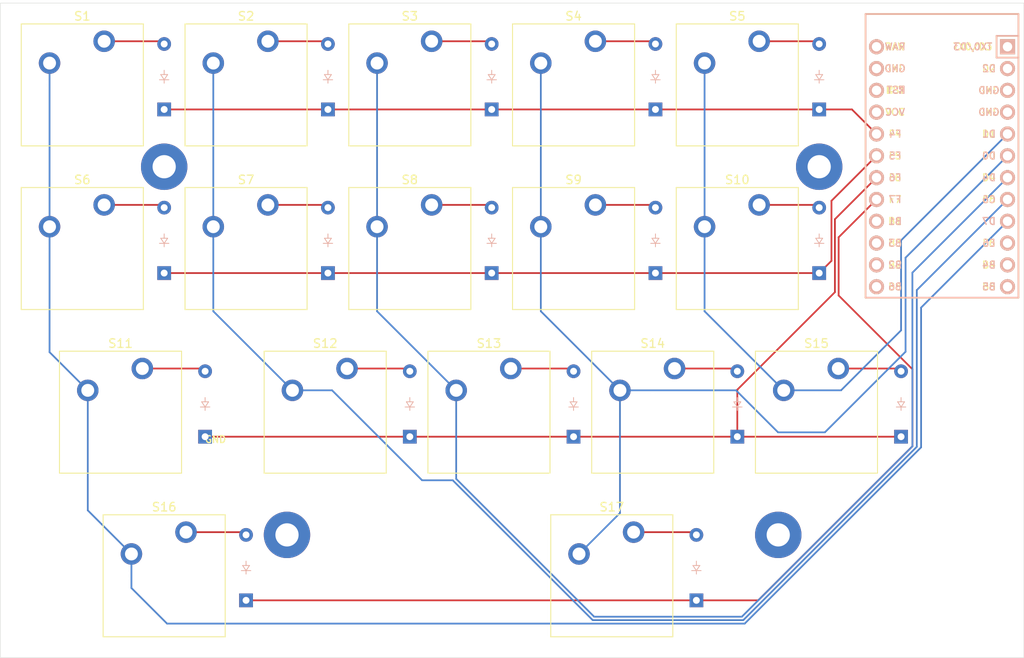
<source format=kicad_pcb>
(kicad_pcb (version 20241229) (generator "pcbnew") (generator_version "9.0")
  (layers (0 "F.Cu" signal) (2 "B.Cu" signal) (13 "F.Paste" user) (15 "B.Paste" user) (5 "F.SilkS" user "F.Silkscreen") (7 "B.SilkS" user "B.Silkscreen") (1 "F.Mask" user) (3 "B.Mask" user) (25 "Edge.Cuts" user))
  (net 0 "")
  (net 1 "Column 4")
  (net 2 "Row 3")
  (net 3 "Row 2")
  (net 7 "Column 2")
  (net 9 "Net-(D17-A)")
  (net 10 "Column 1")
  (net 11 "Column 3")
  (net 12 "Row 0")
  (net 13 "Row 1")
  (net 19 "Column 0")
  (net 25 "Net-(D1-A)")
  (net 26 "Net-(D2-A)")
  (net 27 "Net-(D3-A)")
  (net 28 "Net-(D4-A)")
  (net 29 "Net-(D5-A)")
  (net 30 "Net-(D6-A)")
  (net 31 "Net-(D7-A)")
  (net 32 "Net-(D8-A)")
  (net 33 "Net-(D9-A)")
  (net 34 "Net-(D10-A)")
  (net 35 "Net-(D11-A)")
  (net 36 "Net-(D12-A)")
  (net 37 "Net-(D13-A)")
  (net 38 "Net-(D14-A)")
  (net 39 "Net-(D15-A)")
  (net 40 "Net-(D16-A)")
  (footprint "ScottoKeebs_MX:MX_PCB_1.00u" (layer "F.Cu") (at 95.25 109.5375)
    (property "Reference" "S16" (at 0 -8 0) (layer "F.SilkS"))
    (property "Value" "Keyswitch")
    (pad "" np_thru_hole circle (at -5.08 0) (size 1.75 1.75) (drill 1.75) (layers "*.Cu" "*.Mask"))
    (pad "" np_thru_hole circle (at 0 0) (size 4 4) (drill 4) (layers "*.Cu" "*.Mask"))
    (pad "" np_thru_hole circle (at 5.08 0) (size 1.75 1.75) (drill 1.75) (layers "*.Cu" "*.Mask"))
    (pad "1" thru_hole circle (at -3.81 -2.54) (size 2.5 2.5) (drill 1.5) (layers "*.Cu" "*.Mask") (net 19 "Column 0"))
    (pad "2" thru_hole circle (at 2.54 -5.08) (size 2.5 2.5) (drill 1.5) (layers "*.Cu" "*.Mask") (net 40 "Net-(D16-A)"))
  )
  (footprint "ScottoKeebs_MX:MX_PCB_1.00u" (layer "F.Cu") (at 90.17 90.4875)
    (property "Reference" "S11" (at 0 -8 0) (layer "F.SilkS"))
    (property "Value" "Keyswitch")
    (pad "" np_thru_hole circle (at -5.08 0) (size 1.75 1.75) (drill 1.75) (layers "*.Cu" "*.Mask"))
    (pad "" np_thru_hole circle (at 0 0) (size 4 4) (drill 4) (layers "*.Cu" "*.Mask"))
    (pad "" np_thru_hole circle (at 5.08 0) (size 1.75 1.75) (drill 1.75) (layers "*.Cu" "*.Mask"))
    (pad "1" thru_hole circle (at -3.81 -2.54) (size 2.5 2.5) (drill 1.5) (layers "*.Cu" "*.Mask") (net 19 "Column 0"))
    (pad "2" thru_hole circle (at 2.54 -5.08) (size 2.5 2.5) (drill 1.5) (layers "*.Cu" "*.Mask") (net 35 "Net-(D11-A)"))
  )
  (footprint "MountingHole:MountingHole_2.7mm_Pad" (layer "F.Cu") (at 171.45 61.9125)
    (property "Reference" "REF**" (hide yes))
    (property "Value" "MountingHole_2.7mm_Pad")
    (pad "1" thru_hole circle (at 0 0) (size 5.4 5.4) (drill 2.7) (layers "*.Cu" "*.Mask"))
  )
  (footprint "ScottoKeebs_MX:MX_PCB_1.00u" (layer "F.Cu") (at 161.925 71.4375)
    (property "Reference" "S10" (at 0 -8 0) (layer "F.SilkS"))
    (property "Value" "Keyswitch")
    (pad "" np_thru_hole circle (at -5.08 0) (size 1.75 1.75) (drill 1.75) (layers "*.Cu" "*.Mask"))
    (pad "" np_thru_hole circle (at 0 0) (size 4 4) (drill 4) (layers "*.Cu" "*.Mask"))
    (pad "" np_thru_hole circle (at 5.08 0) (size 1.75 1.75) (drill 1.75) (layers "*.Cu" "*.Mask"))
    (pad "1" thru_hole circle (at -3.81 -2.54) (size 2.5 2.5) (drill 1.5) (layers "*.Cu" "*.Mask") (net 1 "Column 4"))
    (pad "2" thru_hole circle (at 2.54 -5.08) (size 2.5 2.5) (drill 1.5) (layers "*.Cu" "*.Mask") (net 34 "Net-(D10-A)"))
  )
  (footprint "ScottoKeebs_MX:MX_PCB_1.00u" (layer "F.Cu") (at 142.875 52.3875)
    (property "Reference" "S4" (at 0 -8 0) (layer "F.SilkS"))
    (property "Value" "Keyswitch")
    (pad "" np_thru_hole circle (at -5.08 0) (size 1.75 1.75) (drill 1.75) (layers "*.Cu" "*.Mask"))
    (pad "" np_thru_hole circle (at 0 0) (size 4 4) (drill 4) (layers "*.Cu" "*.Mask"))
    (pad "" np_thru_hole circle (at 5.08 0) (size 1.75 1.75) (drill 1.75) (layers "*.Cu" "*.Mask"))
    (pad "1" thru_hole circle (at -3.81 -2.54) (size 2.5 2.5) (drill 1.5) (layers "*.Cu" "*.Mask") (net 11 "Column 3"))
    (pad "2" thru_hole circle (at 2.54 -5.08) (size 2.5 2.5) (drill 1.5) (layers "*.Cu" "*.Mask") (net 28 "Net-(D4-A)"))
  )
  (footprint "MountingHole:MountingHole_2.7mm_Pad" (layer "F.Cu") (at 95.25 61.9125)
    (property "Reference" "REF**" (hide yes))
    (property "Value" "MountingHole_2.7mm_Pad")
    (pad "1" thru_hole circle (at 0 0) (size 5.4 5.4) (drill 2.7) (layers "*.Cu" "*.Mask"))
  )
  (footprint "MountingHole:MountingHole_2.7mm_Pad" (layer "F.Cu") (at 166.6875 104.775)
    (property "Reference" "REF**" (hide yes))
    (property "Value" "MountingHole_2.7mm_Pad")
    (pad "1" thru_hole circle (at 0 0) (size 5.4 5.4) (drill 2.7) (layers "*.Cu" "*.Mask"))
  )
  (footprint "MountingHole:MountingHole_2.7mm_Pad" (layer "F.Cu") (at 109.5375 104.775)
    (property "Reference" "REF**" (hide yes))
    (property "Value" "MountingHole_2.7mm_Pad")
    (pad "1" thru_hole circle (at 0 0) (size 5.4 5.4) (drill 2.7) (layers "*.Cu" "*.Mask"))
  )
  (footprint "ScottoKeebs_MX:MX_PCB_1.00u" (layer "F.Cu") (at 133.0325 90.4875)
    (property "Reference" "S13" (at 0 -8 0) (layer "F.SilkS"))
    (property "Value" "Keyswitch")
    (pad "" np_thru_hole circle (at -5.08 0) (size 1.75 1.75) (drill 1.75) (layers "*.Cu" "*.Mask"))
    (pad "" np_thru_hole circle (at 0 0) (size 4 4) (drill 4) (layers "*.Cu" "*.Mask"))
    (pad "" np_thru_hole circle (at 5.08 0) (size 1.75 1.75) (drill 1.75) (layers "*.Cu" "*.Mask"))
    (pad "1" thru_hole circle (at -3.81 -2.54) (size 2.5 2.5) (drill 1.5) (layers "*.Cu" "*.Mask") (net 7 "Column 2"))
    (pad "2" thru_hole circle (at 2.54 -5.08) (size 2.5 2.5) (drill 1.5) (layers "*.Cu" "*.Mask") (net 37 "Net-(D13-A)"))
  )
  (footprint "ScottoKeebs_MX:MX_PCB_1.00u" (layer "F.Cu") (at 113.9825 90.4875)
    (property "Reference" "S12" (at 0 -8 0) (layer "F.SilkS"))
    (property "Value" "Keyswitch")
    (pad "" np_thru_hole circle (at -5.08 0) (size 1.75 1.75) (drill 1.75) (layers "*.Cu" "*.Mask"))
    (pad "" np_thru_hole circle (at 0 0) (size 4 4) (drill 4) (layers "*.Cu" "*.Mask"))
    (pad "" np_thru_hole circle (at 5.08 0) (size 1.75 1.75) (drill 1.75) (layers "*.Cu" "*.Mask"))
    (pad "1" thru_hole circle (at -3.81 -2.54) (size 2.5 2.5) (drill 1.5) (layers "*.Cu" "*.Mask") (net 10 "Column 1"))
    (pad "2" thru_hole circle (at 2.54 -5.08) (size 2.5 2.5) (drill 1.5) (layers "*.Cu" "*.Mask") (net 36 "Net-(D12-A)"))
  )
  (footprint "ScottoKeebs_MX:MX_PCB_1.00u" (layer "F.Cu") (at 85.725 71.4375)
    (property "Reference" "S6" (at 0 -8 0) (layer "F.SilkS"))
    (property "Value" "Keyswitch")
    (pad "" np_thru_hole circle (at -5.08 0) (size 1.75 1.75) (drill 1.75) (layers "*.Cu" "*.Mask"))
    (pad "" np_thru_hole circle (at 0 0) (size 4 4) (drill 4) (layers "*.Cu" "*.Mask"))
    (pad "" np_thru_hole circle (at 5.08 0) (size 1.75 1.75) (drill 1.75) (layers "*.Cu" "*.Mask"))
    (pad "1" thru_hole circle (at -3.81 -2.54) (size 2.5 2.5) (drill 1.5) (layers "*.Cu" "*.Mask") (net 19 "Column 0"))
    (pad "2" thru_hole circle (at 2.54 -5.08) (size 2.5 2.5) (drill 1.5) (layers "*.Cu" "*.Mask") (net 30 "Net-(D6-A)"))
  )
  (footprint "ScottoKeebs_MX:MX_PCB_1.00u" (layer "F.Cu") (at 161.925 52.3875)
    (property "Reference" "S5" (at 0 -8 0) (layer "F.SilkS"))
    (property "Value" "Keyswitch")
    (pad "" np_thru_hole circle (at -5.08 0) (size 1.75 1.75) (drill 1.75) (layers "*.Cu" "*.Mask"))
    (pad "" np_thru_hole circle (at 0 0) (size 4 4) (drill 4) (layers "*.Cu" "*.Mask"))
    (pad "" np_thru_hole circle (at 5.08 0) (size 1.75 1.75) (drill 1.75) (layers "*.Cu" "*.Mask"))
    (pad "1" thru_hole circle (at -3.81 -2.54) (size 2.5 2.5) (drill 1.5) (layers "*.Cu" "*.Mask") (net 1 "Column 4"))
    (pad "2" thru_hole circle (at 2.54 -5.08) (size 2.5 2.5) (drill 1.5) (layers "*.Cu" "*.Mask") (net 29 "Net-(D5-A)"))
  )
  (footprint "ScottoKeebs_MX:MX_PCB_1.00u" (layer "F.Cu") (at 147.32 109.5375)
    (property "Reference" "S17" (at 0 -8 0) (layer "F.SilkS"))
    (property "Value" "Keyswitch")
    (pad "" np_thru_hole circle (at -5.08 0) (size 1.75 1.75) (drill 1.75) (layers "*.Cu" "*.Mask"))
    (pad "" np_thru_hole circle (at 0 0) (size 4 4) (drill 4) (layers "*.Cu" "*.Mask"))
    (pad "" np_thru_hole circle (at 5.08 0) (size 1.75 1.75) (drill 1.75) (layers "*.Cu" "*.Mask"))
    (pad "1" thru_hole circle (at -3.81 -2.54) (size 2.5 2.5) (drill 1.5) (layers "*.Cu" "*.Mask") (net 11 "Column 3"))
    (pad "2" thru_hole circle (at 2.54 -5.08) (size 2.5 2.5) (drill 1.5) (layers "*.Cu" "*.Mask") (net 9 "Net-(D17-A)"))
  )
  (footprint "ScottoKeebs_MX:MX_PCB_1.00u" (layer "F.Cu") (at 123.825 52.3875)
    (property "Reference" "S3" (at 0 -8 0) (layer "F.SilkS"))
    (property "Value" "Keyswitch")
    (pad "" np_thru_hole circle (at -5.08 0) (size 1.75 1.75) (drill 1.75) (layers "*.Cu" "*.Mask"))
    (pad "" np_thru_hole circle (at 0 0) (size 4 4) (drill 4) (layers "*.Cu" "*.Mask"))
    (pad "" np_thru_hole circle (at 5.08 0) (size 1.75 1.75) (drill 1.75) (layers "*.Cu" "*.Mask"))
    (pad "1" thru_hole circle (at -3.81 -2.54) (size 2.5 2.5) (drill 1.5) (layers "*.Cu" "*.Mask") (net 7 "Column 2"))
    (pad "2" thru_hole circle (at 2.54 -5.08) (size 2.5 2.5) (drill 1.5) (layers "*.Cu" "*.Mask") (net 27 "Net-(D3-A)"))
  )
  (footprint "ScottoKeebs_MX:MX_PCB_1.00u" (layer "F.Cu") (at 104.775 52.3875)
    (property "Reference" "S2" (at 0 -8 0) (layer "F.SilkS"))
    (property "Value" "Keyswitch")
    (pad "" np_thru_hole circle (at -5.08 0) (size 1.75 1.75) (drill 1.75) (layers "*.Cu" "*.Mask"))
    (pad "" np_thru_hole circle (at 0 0) (size 4 4) (drill 4) (layers "*.Cu" "*.Mask"))
    (pad "" np_thru_hole circle (at 5.08 0) (size 1.75 1.75) (drill 1.75) (layers "*.Cu" "*.Mask"))
    (pad "1" thru_hole circle (at -3.81 -2.54) (size 2.5 2.5) (drill 1.5) (layers "*.Cu" "*.Mask") (net 10 "Column 1"))
    (pad "2" thru_hole circle (at 2.54 -5.08) (size 2.5 2.5) (drill 1.5) (layers "*.Cu" "*.Mask") (net 26 "Net-(D2-A)"))
  )
  (footprint "ScottoKeebs_MX:MX_PCB_1.00u" (layer "F.Cu") (at 152.0825 90.4875)
    (property "Reference" "S14" (at 0 -8 0) (layer "F.SilkS"))
    (property "Value" "Keyswitch")
    (pad "" np_thru_hole circle (at -5.08 0) (size 1.75 1.75) (drill 1.75) (layers "*.Cu" "*.Mask"))
    (pad "" np_thru_hole circle (at 0 0) (size 4 4) (drill 4) (layers "*.Cu" "*.Mask"))
    (pad "" np_thru_hole circle (at 5.08 0) (size 1.75 1.75) (drill 1.75) (layers "*.Cu" "*.Mask"))
    (pad "1" thru_hole circle (at -3.81 -2.54) (size 2.5 2.5) (drill 1.5) (layers "*.Cu" "*.Mask") (net 11 "Column 3"))
    (pad "2" thru_hole circle (at 2.54 -5.08) (size 2.5 2.5) (drill 1.5) (layers "*.Cu" "*.Mask") (net 38 "Net-(D14-A)"))
  )
  (footprint "ScottoKeebs_MX:MX_PCB_1.00u" (layer "F.Cu") (at 123.825 71.4375)
    (property "Reference" "S8" (at 0 -8 0) (layer "F.SilkS"))
    (property "Value" "Keyswitch")
    (pad "" np_thru_hole circle (at -5.08 0) (size 1.75 1.75) (drill 1.75) (layers "*.Cu" "*.Mask"))
    (pad "" np_thru_hole circle (at 0 0) (size 4 4) (drill 4) (layers "*.Cu" "*.Mask"))
    (pad "" np_thru_hole circle (at 5.08 0) (size 1.75 1.75) (drill 1.75) (layers "*.Cu" "*.Mask"))
    (pad "1" thru_hole circle (at -3.81 -2.54) (size 2.5 2.5) (drill 1.5) (layers "*.Cu" "*.Mask") (net 7 "Column 2"))
    (pad "2" thru_hole circle (at 2.54 -5.08) (size 2.5 2.5) (drill 1.5) (layers "*.Cu" "*.Mask") (net 32 "Net-(D8-A)"))
  )
  (footprint "ScottoKeebs_MX:MX_PCB_1.00u" (layer "F.Cu") (at 142.875 71.4375)
    (property "Reference" "S9" (at 0 -8 0) (layer "F.SilkS"))
    (property "Value" "Keyswitch")
    (pad "" np_thru_hole circle (at -5.08 0) (size 1.75 1.75) (drill 1.75) (layers "*.Cu" "*.Mask"))
    (pad "" np_thru_hole circle (at 0 0) (size 4 4) (drill 4) (layers "*.Cu" "*.Mask"))
    (pad "" np_thru_hole circle (at 5.08 0) (size 1.75 1.75) (drill 1.75) (layers "*.Cu" "*.Mask"))
    (pad "1" thru_hole circle (at -3.81 -2.54) (size 2.5 2.5) (drill 1.5) (layers "*.Cu" "*.Mask") (net 11 "Column 3"))
    (pad "2" thru_hole circle (at 2.54 -5.08) (size 2.5 2.5) (drill 1.5) (layers "*.Cu" "*.Mask") (net 33 "Net-(D9-A)"))
  )
  (footprint "ScottoKeebs_MX:MX_PCB_1.00u" (layer "F.Cu") (at 104.775 71.4375)
    (property "Reference" "S7" (at 0 -8 0) (layer "F.SilkS"))
    (property "Value" "Keyswitch")
    (pad "" np_thru_hole circle (at -5.08 0) (size 1.75 1.75) (drill 1.75) (layers "*.Cu" "*.Mask"))
    (pad "" np_thru_hole circle (at 0 0) (size 4 4) (drill 4) (layers "*.Cu" "*.Mask"))
    (pad "" np_thru_hole circle (at 5.08 0) (size 1.75 1.75) (drill 1.75) (layers "*.Cu" "*.Mask"))
    (pad "1" thru_hole circle (at -3.81 -2.54) (size 2.5 2.5) (drill 1.5) (layers "*.Cu" "*.Mask") (net 10 "Column 1"))
    (pad "2" thru_hole circle (at 2.54 -5.08) (size 2.5 2.5) (drill 1.5) (layers "*.Cu" "*.Mask") (net 31 "Net-(D7-A)"))
  )
  (footprint "ScottoKeebs_MX:MX_PCB_1.00u" (layer "F.Cu") (at 85.725 52.3875)
    (property "Reference" "S1" (at 0 -8 0) (layer "F.SilkS"))
    (property "Value" "Keyswitch")
    (pad "" np_thru_hole circle (at -5.08 0) (size 1.75 1.75) (drill 1.75) (layers "*.Cu" "*.Mask"))
    (pad "" np_thru_hole circle (at 0 0) (size 4 4) (drill 4) (layers "*.Cu" "*.Mask"))
    (pad "" np_thru_hole circle (at 5.08 0) (size 1.75 1.75) (drill 1.75) (layers "*.Cu" "*.Mask"))
    (pad "1" thru_hole circle (at -3.81 -2.54) (size 2.5 2.5) (drill 1.5) (layers "*.Cu" "*.Mask") (net 19 "Column 0"))
    (pad "2" thru_hole circle (at 2.54 -5.08) (size 2.5 2.5) (drill 1.5) (layers "*.Cu" "*.Mask") (net 25 "Net-(D1-A)"))
  )
  (footprint "ScottoKeebs_MX:MX_PCB_1.00u" (layer "F.Cu") (at 171.1325 90.4875)
    (property "Reference" "S15" (at 0 -8 0) (layer "F.SilkS"))
    (property "Value" "Keyswitch")
    (pad "" np_thru_hole circle (at -5.08 0) (size 1.75 1.75) (drill 1.75) (layers "*.Cu" "*.Mask"))
    (pad "" np_thru_hole circle (at 0 0) (size 4 4) (drill 4) (layers "*.Cu" "*.Mask"))
    (pad "" np_thru_hole circle (at 5.08 0) (size 1.75 1.75) (drill 1.75) (layers "*.Cu" "*.Mask"))
    (pad "1" thru_hole circle (at -3.81 -2.54) (size 2.5 2.5) (drill 1.5) (layers "*.Cu" "*.Mask") (net 1 "Column 4"))
    (pad "2" thru_hole circle (at 2.54 -5.08) (size 2.5 2.5) (drill 1.5) (layers "*.Cu" "*.Mask") (net 39 "Net-(D15-A)"))
  )
  (footprint "ScottoKeebs_Components:Diode_DO-35" (layer "B.Cu") (at 152.4 55.245 90)
    (property "Reference" "D4" (hide yes))
    (property "Value" "Diode" (hide yes))
    (pad "1" thru_hole rect (at 0 0 90) (size 1.6 1.6) (drill 0.8) (layers "*.Cu" "*.Mask") (net 12 "Row 0"))
    (pad "2" thru_hole oval (at 7.62 0 90) (size 1.6 1.6) (drill 0.8) (layers "*.Cu" "*.Mask") (net 28 "Net-(D4-A)"))
  )
  (footprint "ScottoKeebs_Components:Diode_DO-35" (layer "B.Cu") (at 104.775 112.395 90)
    (property "Reference" "D16" (hide yes))
    (property "Value" "Diode" (hide yes))
    (pad "1" thru_hole rect (at 0 0 90) (size 1.6 1.6) (drill 0.8) (layers "*.Cu" "*.Mask") (net 2 "Row 3"))
    (pad "2" thru_hole oval (at 7.62 0 90) (size 1.6 1.6) (drill 0.8) (layers "*.Cu" "*.Mask") (net 40 "Net-(D16-A)"))
  )
  (footprint "ScottoKeebs_Components:Diode_DO-35" (layer "B.Cu") (at 171.45 55.245 90)
    (property "Reference" "D5" (hide yes))
    (property "Value" "Diode" (hide yes))
    (pad "1" thru_hole rect (at 0 0 90) (size 1.6 1.6) (drill 0.8) (layers "*.Cu" "*.Mask") (net 12 "Row 0"))
    (pad "2" thru_hole oval (at 7.62 0 90) (size 1.6 1.6) (drill 0.8) (layers "*.Cu" "*.Mask") (net 29 "Net-(D5-A)"))
  )
  (footprint "ScottoKeebs_Components:Diode_DO-35" (layer "B.Cu") (at 171.45 74.295 90)
    (property "Reference" "D10" (hide yes))
    (property "Value" "Diode" (hide yes))
    (pad "1" thru_hole rect (at 0 0 90) (size 1.6 1.6) (drill 0.8) (layers "*.Cu" "*.Mask") (net 13 "Row 1"))
    (pad "2" thru_hole oval (at 7.62 0 90) (size 1.6 1.6) (drill 0.8) (layers "*.Cu" "*.Mask") (net 34 "Net-(D10-A)"))
  )
  (footprint "ScottoKeebs_Components:Diode_DO-35" (layer "B.Cu") (at 95.25 55.245 90)
    (property "Reference" "D1" (hide yes))
    (property "Value" "Diode" (hide yes))
    (pad "1" thru_hole rect (at 0 0 90) (size 1.6 1.6) (drill 0.8) (layers "*.Cu" "*.Mask") (net 12 "Row 0"))
    (pad "2" thru_hole oval (at 7.62 0 90) (size 1.6 1.6) (drill 0.8) (layers "*.Cu" "*.Mask") (net 25 "Net-(D1-A)"))
  )
  (footprint "ScottoKeebs_Components:Diode_DO-35" (layer "B.Cu") (at 123.825 93.345 90)
    (property "Reference" "D12" (hide yes))
    (property "Value" "Diode" (hide yes))
    (pad "1" thru_hole rect (at 0 0 90) (size 1.6 1.6) (drill 0.8) (layers "*.Cu" "*.Mask") (net 3 "Row 2"))
    (pad "2" thru_hole oval (at 7.62 0 90) (size 1.6 1.6) (drill 0.8) (layers "*.Cu" "*.Mask") (net 36 "Net-(D12-A)"))
  )
  (footprint "ScottoKeebs_Components:Diode_DO-35" (layer "B.Cu") (at 114.3 74.295 90)
    (property "Reference" "D7" (hide yes))
    (property "Value" "Diode" (hide yes))
    (pad "1" thru_hole rect (at 0 0 90) (size 1.6 1.6) (drill 0.8) (layers "*.Cu" "*.Mask") (net 13 "Row 1"))
    (pad "2" thru_hole oval (at 7.62 0 90) (size 1.6 1.6) (drill 0.8) (layers "*.Cu" "*.Mask") (net 31 "Net-(D7-A)"))
  )
  (footprint "ScottoKeebs_Components:Diode_DO-35" (layer "B.Cu") (at 100.0125 93.345 90)
    (property "Reference" "D11" (hide yes))
    (property "Value" "Diode" (hide yes))
    (pad "1" thru_hole rect (at 0 0 90) (size 1.6 1.6) (drill 0.8) (layers "*.Cu" "*.Mask") (net 3 "Row 2"))
    (pad "2" thru_hole oval (at 7.62 0 90) (size 1.6 1.6) (drill 0.8) (layers "*.Cu" "*.Mask") (net 35 "Net-(D11-A)"))
  )
  (footprint "ScottoKeebs_Components:Diode_DO-35" (layer "B.Cu") (at 95.25 74.295 90)
    (property "Reference" "D6" (hide yes))
    (property "Value" "Diode" (hide yes))
    (pad "1" thru_hole rect (at 0 0 90) (size 1.6 1.6) (drill 0.8) (layers "*.Cu" "*.Mask") (net 13 "Row 1"))
    (pad "2" thru_hole oval (at 7.62 0 90) (size 1.6 1.6) (drill 0.8) (layers "*.Cu" "*.Mask") (net 30 "Net-(D6-A)"))
  )
  (footprint "ScottoKeebs_Components:Diode_DO-35" (layer "B.Cu") (at 133.35 74.295 90)
    (property "Reference" "D8" (hide yes))
    (property "Value" "Diode" (hide yes))
    (pad "1" thru_hole rect (at 0 0 90) (size 1.6 1.6) (drill 0.8) (layers "*.Cu" "*.Mask") (net 13 "Row 1"))
    (pad "2" thru_hole oval (at 7.62 0 90) (size 1.6 1.6) (drill 0.8) (layers "*.Cu" "*.Mask") (net 32 "Net-(D8-A)"))
  )
  (footprint "ScottoKeebs_Components:Diode_DO-35" (layer "B.Cu") (at 152.4 74.295 90)
    (property "Reference" "D9" (hide yes))
    (property "Value" "Diode" (hide yes))
    (pad "1" thru_hole rect (at 0 0 90) (size 1.6 1.6) (drill 0.8) (layers "*.Cu" "*.Mask") (net 13 "Row 1"))
    (pad "2" thru_hole oval (at 7.62 0 90) (size 1.6 1.6) (drill 0.8) (layers "*.Cu" "*.Mask") (net 33 "Net-(D9-A)"))
  )
  (footprint "ScottoKeebs_Components:Diode_DO-35" (layer "B.Cu") (at 180.975 93.345 90)
    (property "Reference" "D15" (hide yes))
    (property "Value" "Diode" (hide yes))
    (pad "1" thru_hole rect (at 0 0 90) (size 1.6 1.6) (drill 0.8) (layers "*.Cu" "*.Mask") (net 3 "Row 2"))
    (pad "2" thru_hole oval (at 7.62 0 90) (size 1.6 1.6) (drill 0.8) (layers "*.Cu" "*.Mask") (net 39 "Net-(D15-A)"))
  )
  (footprint "ScottoKeebs_Components:Diode_DO-35" (layer "B.Cu") (at 133.35 55.245 90)
    (property "Reference" "D3" (hide yes))
    (property "Value" "Diode" (hide yes))
    (pad "1" thru_hole rect (at 0 0 90) (size 1.6 1.6) (drill 0.8) (layers "*.Cu" "*.Mask") (net 12 "Row 0"))
    (pad "2" thru_hole oval (at 7.62 0 90) (size 1.6 1.6) (drill 0.8) (layers "*.Cu" "*.Mask") (net 27 "Net-(D3-A)"))
  )
  (footprint "ScottoKeebs_MCU:Arduino_Pro_Micro" (layer "B.Cu") (at 185.7375 61.9125 180)
    (property "Reference" "U1" (hide yes))
    (property "Value" "Arduino_Pro_Micro" (hide yes))
    (fp_text user "F4" (at 5.461 3.81 0) (layer "F.SilkS") (effects (font (size 0.8 0.8))))
    (fp_text user "E6" (at -5.461 -8.89 0) (layer "F.SilkS") (effects (font (size 0.8 0.8))))
    (fp_text user "GND" (at 5.461 11.43 0) (layer "F.SilkS") (effects (font (size 0.8 0.8))))
    (fp_text user "D1" (at -5.461 3.81 0) (layer "F.SilkS") (effects (font (size 0.8 0.8))))
    (fp_text user "B2" (at 5.461 -11.43 0) (layer "F.SilkS") (effects (font (size 0.8 0.8))))
    (fp_text user "B5" (at -5.461 -13.97 0) (layer "F.SilkS") (effects (font (size 0.8 0.8))))
    (fp_text user "F6" (at 5.461 -1.27 0) (layer "F.SilkS") (effects (font (size 0.8 0.8))))
    (fp_text user "F7" (at 5.461 -3.81 0) (layer "F.SilkS") (effects (font (size 0.8 0.8))))
    (fp_text user "B6" (at 5.461 -13.97 0) (layer "F.SilkS") (effects (font (size 0.8 0.8))))
    (fp_text user "F5" (at 5.461 1.27 0) (layer "F.SilkS") (effects (font (size 0.8 0.8))))
    (fp_text user "GND" (at -5.4625 6.3525 0) (layer "F.SilkS") (effects (font (size 0.8 0.8))))
    (fp_text user "D0" (at -5.461 1.27 0) (layer "F.SilkS") (effects (font (size 0.8 0.8))))
    (fp_text user "B1" (at 5.461 -6.35 0) (layer "F.SilkS") (effects (font (size 0.8 0.8))))
    (fp_text user "B4" (at -5.461 -11.43 0) (layer "F.SilkS") (effects (font (size 0.8 0.8))))
    (fp_text user "C6" (at -5.461 -3.81 0) (layer "F.SilkS") (effects (font (size 0.8 0.8))))
    (fp_text user "RAW" (at 5.461 13.97 0) (layer "F.SilkS") (effects (font (size 0.8 0.8))))
    (fp_text user "D4" (at -5.461 -1.27 0) (layer "F.SilkS") (effects (font (size 0.8 0.8))))
    (fp_text user "D2" (at -5.461 11.43 0) (layer "F.SilkS") (effects (font (size 0.8 0.8))))
    (fp_text user "VCC" (at 5.461 6.35 0) (layer "F.SilkS") (effects (font (size 0.8 0.8))))
    (fp_text user "B3" (at 5.461 -8.89 0) (layer "F.SilkS") (effects (font (size 0.8 0.8))))
    (fp_text user "ST" (at 5.04 8.91 0) (layer "F.SilkS") (effects (font (size 0.8 0.8))))
    (fp_text user "TX0/D3" (at -3.571872 13.97 0) (layer "F.SilkS") (effects (font (size 0.8 0.8))))
    (fp_text user "F6" (at 5.461 -1.27 0) (layer "B.SilkS") (effects (font (size 0.8 0.8)) (justify mirror)))
    (fp_text user "F5" (at 5.461 1.27 0) (layer "B.SilkS") (effects (font (size 0.8 0.8)) (justify mirror)))
    (fp_text user "F7" (at 5.461 -3.81 0) (layer "B.SilkS") (effects (font (size 0.8 0.8)) (justify mirror)))
    (fp_text user "F4" (at 5.461 3.81 0) (layer "B.SilkS") (effects (font (size 0.8 0.8)) (justify mirror)))
    (fp_text user "E6" (at -5.461 -8.89 0) (layer "B.SilkS") (effects (font (size 0.8 0.8)) (justify mirror)))
    (fp_text user "D4" (at -5.461 -1.27 0) (layer "B.SilkS") (effects (font (size 0.8 0.8)) (justify mirror)))
    (fp_text user "C6" (at -5.461 -3.81 0) (layer "B.SilkS") (effects (font (size 0.8 0.8)) (justify mirror)))
    (fp_text user "B3" (at 5.461 -8.89 0) (layer "B.SilkS") (effects (font (size 0.8 0.8)) (justify mirror)))
    (fp_text user "D0" (at -5.461 1.27 0) (layer "B.SilkS") (effects (font (size 0.8 0.8)) (justify mirror)))
    (fp_text user "B2" (at 5.461 -11.43 0) (layer "B.SilkS") (effects (font (size 0.8 0.8)) (justify mirror)))
    (fp_text user "B5" (at -5.461 -13.97 0) (layer "B.SilkS") (effects (font (size 0.8 0.8)) (justify mirror)))
    (fp_text user "D2" (at -5.461 11.43 0) (layer "B.SilkS") (effects (font (size 0.8 0.8)) (justify mirror)))
    (fp_text user "B6" (at 5.461 -13.97 0) (layer "B.SilkS") (effects (font (size 0.8 0.8)) (justify mirror)))
    (fp_text user "VCC" (at 5.461 6.35 0) (layer "B.SilkS") (effects (font (size 0.8 0.8)) (justify mirror)))
    (fp_text user "TX0/D3" (at -3.571872 13.97 0) (layer "B.SilkS") (effects (font (size 0.8 0.8)) (justify mirror)))
    (fp_text user "B4" (at -5.461 -11.43 0) (layer "B.SilkS") (effects (font (size 0.8 0.8)) (justify mirror)))
    (fp_text user "ST" (at 5.73312 8.92 0) (layer "B.SilkS") (effects (font (size 0.8 0.8)) (justify mirror)))
    (fp_text user "RAW" (at 5.461 13.97 0) (layer "B.SilkS") (effects (font (size 0.8 0.8)) (justify mirror)))
    (fp_text user "GND" (at -5.461 8.89 0) (layer "B.SilkS") (effects (font (size 0.8 0.8)) (justify mirror)))
    (fp_text user "GND" (at 5.461 11.43 0) (layer "B.SilkS") (effects (font (size 0.8 0.8)) (justify mirror)))
    (fp_text user "D1" (at -5.461 3.81 0) (layer "B.SilkS") (effects (font (size 0.8 0.8)) (justify mirror)))
    (fp_text user "D7" (at -5.461 -6.35 0) (layer "B.SilkS") (effects (font (size 0.8 0.8)) (justify mirror)))
    (fp_text user "B1" (at 5.461 -6.35 0) (layer "B.SilkS") (effects (font (size 0.8 0.8)) (justify mirror)))
    (fp_text user "GND" (at -5.461 6.35 0) (layer "B.SilkS") (effects (font (size 0.8 0.8)) (justify mirror)))
    (pad "1" thru_hole rect (at -7.62 13.97 270) (size 1.7526 1.7526) (drill 1.0922) (layers "*.Cu" "*.SilkS" "*.Mask"))
    (pad "2" thru_hole circle (at -7.62 11.43 270) (size 1.7526 1.7526) (drill 1.0922) (layers "*.Cu" "*.SilkS" "*.Mask"))
    (pad "3" thru_hole circle (at -7.62 8.89 270) (size 1.7526 1.7526) (drill 1.0922) (layers "*.Cu" "*.SilkS" "*.Mask"))
    (pad "4" thru_hole circle (at -7.62 6.35 270) (size 1.7526 1.7526) (drill 1.0922) (layers "*.Cu" "*.SilkS" "*.Mask"))
    (pad "5" thru_hole circle (at -7.62 3.81 270) (size 1.7526 1.7526) (drill 1.0922) (layers "*.Cu" "*.SilkS" "*.Mask") (net 1 "Column 4"))
    (pad "6" thru_hole circle (at -7.62 1.27 270) (size 1.7526 1.7526) (drill 1.0922) (layers "*.Cu" "*.SilkS" "*.Mask") (net 11 "Column 3"))
    (pad "7" thru_hole circle (at -7.62 -1.27 270) (size 1.7526 1.7526) (drill 1.0922) (layers "*.Cu" "*.SilkS" "*.Mask") (net 7 "Column 2"))
    (pad "8" thru_hole circle (at -7.62 -3.81 270) (size 1.7526 1.7526) (drill 1.0922) (layers "*.Cu" "*.SilkS" "*.Mask") (net 10 "Column 1"))
    (pad "9" thru_hole circle (at -7.62 -6.35 270) (size 1.7526 1.7526) (drill 1.0922) (layers "*.Cu" "*.SilkS" "*.Mask") (net 19 "Column 0"))
    (pad "10" thru_hole circle (at -7.62 -8.89 270) (size 1.7526 1.7526) (drill 1.0922) (layers "*.Cu" "*.SilkS" "*.Mask"))
    (pad "11" thru_hole circle (at -7.62 -11.43 270) (size 1.7526 1.7526) (drill 1.0922) (layers "*.Cu" "*.SilkS" "*.Mask"))
    (pad "12" thru_hole circle (at -7.62 -13.97 270) (size 1.7526 1.7526) (drill 1.0922) (layers "*.Cu" "*.SilkS" "*.Mask"))
    (pad "13" thru_hole circle (at 7.62 -13.97 270) (size 1.7526 1.7526) (drill 1.0922) (layers "*.Cu" "*.SilkS" "*.Mask"))
    (pad "14" thru_hole circle (at 7.62 -11.43 270) (size 1.7526 1.7526) (drill 1.0922) (layers "*.Cu" "*.SilkS" "*.Mask"))
    (pad "15" thru_hole circle (at 7.62 -8.89 270) (size 1.7526 1.7526) (drill 1.0922) (layers "*.Cu" "*.SilkS" "*.Mask"))
    (pad "16" thru_hole circle (at 7.62 -6.35 270) (size 1.7526 1.7526) (drill 1.0922) (layers "*.Cu" "*.SilkS" "*.Mask"))
    (pad "17" thru_hole circle (at 7.62 -3.81 270) (size 1.7526 1.7526) (drill 1.0922) (layers "*.Cu" "*.SilkS" "*.Mask") (net 2 "Row 3"))
    (pad "18" thru_hole circle (at 7.62 -1.27 270) (size 1.7526 1.7526) (drill 1.0922) (layers "*.Cu" "*.SilkS" "*.Mask") (net 3 "Row 2"))
    (pad "19" thru_hole circle (at 7.62 1.27 270) (size 1.7526 1.7526) (drill 1.0922) (layers "*.Cu" "*.SilkS" "*.Mask") (net 13 "Row 1"))
    (pad "20" thru_hole circle (at 7.62 3.81 270) (size 1.7526 1.7526) (drill 1.0922) (layers "*.Cu" "*.SilkS" "*.Mask") (net 12 "Row 0"))
    (pad "21" thru_hole circle (at 7.62 6.35 270) (size 1.7526 1.7526) (drill 1.0922) (layers "*.Cu" "*.SilkS" "*.Mask"))
    (pad "22" thru_hole circle (at 7.62 8.89 270) (size 1.7526 1.7526) (drill 1.0922) (layers "*.Cu" "*.SilkS" "*.Mask"))
    (pad "23" thru_hole circle (at 7.62 11.43 270) (size 1.7526 1.7526) (drill 1.0922) (layers "*.Cu" "*.SilkS" "*.Mask"))
    (pad "24" thru_hole circle (at 7.62 13.97 270) (size 1.7526 1.7526) (drill 1.0922) (layers "*.Cu" "*.SilkS" "*.Mask"))
  )
  (footprint "ScottoKeebs_Components:Diode_DO-35" (layer "B.Cu") (at 142.875 93.345 90)
    (property "Reference" "D13" (hide yes))
    (property "Value" "Diode" (hide yes))
    (pad "1" thru_hole rect (at 0 0 90) (size 1.6 1.6) (drill 0.8) (layers "*.Cu" "*.Mask") (net 3 "Row 2"))
    (pad "2" thru_hole oval (at 7.62 0 90) (size 1.6 1.6) (drill 0.8) (layers "*.Cu" "*.Mask") (net 37 "Net-(D13-A)"))
  )
  (footprint "ScottoKeebs_Components:Diode_DO-35" (layer "B.Cu") (at 157.1625 112.395 90)
    (property "Reference" "D17" (hide yes))
    (property "Value" "Diode" (hide yes))
    (pad "1" thru_hole rect (at 0 0 90) (size 1.6 1.6) (drill 0.8) (layers "*.Cu" "*.Mask") (net 2 "Row 3"))
    (pad "2" thru_hole oval (at 7.62 0 90) (size 1.6 1.6) (drill 0.8) (layers "*.Cu" "*.Mask") (net 9 "Net-(D17-A)"))
  )
  (footprint "ScottoKeebs_Components:Diode_DO-35" (layer "B.Cu") (at 161.925 93.345 90)
    (property "Reference" "D14" (hide yes))
    (property "Value" "Diode" (hide yes))
    (pad "1" thru_hole rect (at 0 0 90) (size 1.6 1.6) (drill 0.8) (layers "*.Cu" "*.Mask") (net 3 "Row 2"))
    (pad "2" thru_hole oval (at 7.62 0 90) (size 1.6 1.6) (drill 0.8) (layers "*.Cu" "*.Mask") (net 38 "Net-(D14-A)"))
  )
  (footprint "ScottoKeebs_Components:Diode_DO-35" (layer "B.Cu") (at 114.3 55.245 90)
    (property "Reference" "D2" (hide yes))
    (property "Value" "Diode" (hide yes))
    (pad "1" thru_hole rect (at 0 0 90) (size 1.6 1.6) (drill 0.8) (layers "*.Cu" "*.Mask") (net 12 "Row 0"))
    (pad "2" thru_hole oval (at 7.62 0 90) (size 1.6 1.6) (drill 0.8) (layers "*.Cu" "*.Mask") (net 26 "Net-(D2-A)"))
  )
  (gr_rect (start 76.2 42.8625) (end 195.2625 119.0625) (stroke (width 0.05)) (fill no) (layer "Edge.Cuts"))
  (gr_text "GND" (at 101.219 93.6625 0) (layer "F.SilkS") (effects (font (size 0.8 0.8))))
  (gr_text "GND" (at 191.1985 53.0225 0) (layer "F.SilkS") (effects (font (size 0.8 0.8))))
  (segment (start 158.115 49.8475) (end 158.115 68.8975) (width 0.2) (layer "B.Cu") (net 1))
  (segment (start 173.99 87.9475) (end 180.975 80.9625) (width 0.2) (layer "B.Cu") (net 1))
  (segment (start 158.115 78.74) (end 167.3225 87.9475) (width 0.2) (layer "B.Cu") (net 1))
  (segment (start 167.3225 87.9475) (end 173.99 87.9475) (width 0.2) (layer "B.Cu") (net 1))
  (segment (start 180.975 80.9625) (end 180.975 70.485) (width 0.2) (layer "B.Cu") (net 1))
  (segment (start 158.115 68.8975) (end 158.115 78.74) (width 0.2) (layer "B.Cu") (net 1))
  (segment (start 180.975 70.485) (end 193.3575 58.1025) (width 0.2) (layer "B.Cu") (net 1))
  (segment (start 173.710549 70.129451) (end 178.1175 65.7225) (width 0.2) (layer "F.Cu") (net 2))
  (segment (start 182.294337 85.487287) (end 173.710549 76.903499) (width 0.2) (layer "F.Cu") (net 2))
  (segment (start 173.710549 76.903499) (end 173.710549 70.129451) (width 0.2) (layer "F.Cu") (net 2))
  (segment (start 182.294337 94.459568) (end 182.294337 85.487287) (width 0.2) (layer "F.Cu") (net 2))
  (segment (start 104.775 112.395) (end 157.1625 112.395) (width 0.2) (layer "F.Cu") (net 2))
  (segment (start 157.1625 112.395) (end 164.358905 112.395) (width 0.2) (layer "F.Cu") (net 2))
  (segment (start 164.358905 112.395) (end 182.294337 94.459568) (width 0.2) (layer "F.Cu") (net 2))
  (segment (start 161.925 93.345) (end 161.925 87.870046) (width 0.2) (layer "F.Cu") (net 3))
  (segment (start 161.925 87.870046) (end 173.27975 76.515296) (width 0.2) (layer "F.Cu") (net 3))
  (segment (start 173.27975 76.515296) (end 173.27975 68.02025) (width 0.2) (layer "F.Cu") (net 3))
  (segment (start 100.0125 93.345) (end 180.975 93.345) (width 0.2) (layer "F.Cu") (net 3))
  (segment (start 173.27975 68.02025) (end 178.1175 63.1825) (width 0.2) (layer "F.Cu") (net 3))
  (segment (start 129.2225 87.9475) (end 129.2225 98.253826) (width 0.2) (layer "B.Cu") (net 7))
  (segment (start 145.268674 114.3) (end 162.454048 114.3) (width 0.2) (layer "B.Cu") (net 7))
  (segment (start 129.2225 98.253826) (end 145.268674 114.3) (width 0.2) (layer "B.Cu") (net 7))
  (segment (start 120.015 49.8475) (end 120.015 68.8975) (width 0.2) (layer "B.Cu") (net 7))
  (segment (start 120.015 68.8975) (end 120.015 78.74) (width 0.2) (layer "B.Cu") (net 7))
  (segment (start 182.293244 74.246756) (end 193.3575 63.1825) (width 0.2) (layer "B.Cu") (net 7))
  (segment (start 182.293244 94.460804) (end 182.293244 74.246756) (width 0.2) (layer "B.Cu") (net 7))
  (segment (start 120.015 78.74) (end 129.2225 87.9475) (width 0.2) (layer "B.Cu") (net 7))
  (segment (start 162.454048 114.3) (end 182.293244 94.460804) (width 0.2) (layer "B.Cu") (net 7))
  (segment (start 149.86 104.4575) (end 156.845 104.4575) (width 0.2) (layer "F.Cu") (net 9))
  (segment (start 156.845 104.4575) (end 157.1625 104.775) (width 0.2) (layer "F.Cu") (net 9))
  (segment (start 182.804072 76.275928) (end 182.804072 94.517076) (width 0.2) (layer "B.Cu") (net 10))
  (segment (start 145.102574 114.701) (end 128.8215 98.419926) (width 0.2) (layer "B.Cu") (net 10))
  (segment (start 114.783681 87.9475) (end 110.1725 87.9475) (width 0.2) (layer "B.Cu") (net 10))
  (segment (start 125.256107 98.419926) (end 114.783681 87.9475) (width 0.2) (layer "B.Cu") (net 10))
  (segment (start 100.965 78.74) (end 110.1725 87.9475) (width 0.2) (layer "B.Cu") (net 10))
  (segment (start 162.620148 114.701) (end 145.102574 114.701) (width 0.2) (layer "B.Cu") (net 10))
  (segment (start 128.8215 98.419926) (end 125.256107 98.419926) (width 0.2) (layer "B.Cu") (net 10))
  (segment (start 100.965 68.8975) (end 100.965 78.74) (width 0.2) (layer "B.Cu") (net 10))
  (segment (start 100.965 49.8475) (end 100.965 68.8975) (width 0.2) (layer "B.Cu") (net 10))
  (segment (start 193.3575 65.7225) (end 182.804072 76.275928) (width 0.2) (layer "B.Cu") (net 10))
  (segment (start 182.804072 94.517076) (end 162.620148 114.701) (width 0.2) (layer "B.Cu") (net 10))
  (segment (start 166.669674 92.8385) (end 172.106316 92.8385) (width 0.2) (layer "B.Cu") (net 11))
  (segment (start 143.51 106.9975) (end 148.2725 102.235) (width 0.2) (layer "B.Cu") (net 11))
  (segment (start 148.2725 102.235) (end 148.2725 87.9475) (width 0.2) (layer "B.Cu") (net 11))
  (segment (start 139.065 68.8975) (end 139.065 78.74) (width 0.2) (layer "B.Cu") (net 11))
  (segment (start 148.2725 87.9475) (end 161.778674 87.9475) (width 0.2) (layer "B.Cu") (net 11))
  (segment (start 139.065 78.74) (end 148.2725 87.9475) (width 0.2) (layer "B.Cu") (net 11))
  (segment (start 181.496956 83.44786) (end 181.496956 72.503044) (width 0.2) (layer "B.Cu") (net 11))
  (segment (start 172.106316 92.8385) (end 181.496956 83.44786) (width 0.2) (layer "B.Cu") (net 11))
  (segment (start 161.778674 87.9475) (end 166.669674 92.8385) (width 0.2) (layer "B.Cu") (net 11))
  (segment (start 181.496956 72.503044) (end 193.3575 60.6425) (width 0.2) (layer "B.Cu") (net 11))
  (segment (start 139.065 49.8475) (end 139.065 68.8975) (width 0.2) (layer "B.Cu") (net 11))
  (segment (start 171.45 55.245) (end 175.26 55.245) (width 0.2) (layer "F.Cu") (net 12))
  (segment (start 95.25 55.245) (end 171.45 55.245) (width 0.2) (layer "F.Cu") (net 12))
  (segment (start 175.26 55.245) (end 178.1175 58.1025) (width 0.2) (layer "F.Cu") (net 12))
  (segment (start 172.87875 72.86625) (end 172.87875 65.88125) (width 0.2) (layer "F.Cu") (net 13))
  (segment (start 171.45 74.295) (end 172.87875 72.86625) (width 0.2) (layer "F.Cu") (net 13))
  (segment (start 172.87875 65.88125) (end 178.1175 60.6425) (width 0.2) (layer "F.Cu") (net 13))
  (segment (start 95.25 74.295) (end 171.45 74.295) (width 0.2) (layer "F.Cu") (net 13))
  (segment (start 162.786248 115.102) (end 95.582505 115.102) (width 0.2) (layer "B.Cu") (net 19))
  (segment (start 81.915 49.8475) (end 81.915 68.8975) (width 0.2) (layer "B.Cu") (net 19))
  (segment (start 81.915 83.5025) (end 86.36 87.9475) (width 0.2) (layer "B.Cu") (net 19))
  (segment (start 183.305214 78.314786) (end 183.305214 94.583034) (width 0.2) (layer "B.Cu") (net 19))
  (segment (start 86.36 101.9175) (end 91.44 106.9975) (width 0.2) (layer "B.Cu") (net 19))
  (segment (start 81.915 68.8975) (end 81.915 83.5025) (width 0.2) (layer "B.Cu") (net 19))
  (segment (start 95.582505 115.102) (end 91.44 110.959495) (width 0.2) (layer "B.Cu") (net 19))
  (segment (start 86.36 87.9475) (end 86.36 101.9175) (width 0.2) (layer "B.Cu") (net 19))
  (segment (start 91.44 110.959495) (end 91.44 106.9975) (width 0.2) (layer "B.Cu") (net 19))
  (segment (start 193.3575 68.2625) (end 183.305214 78.314786) (width 0.2) (layer "B.Cu") (net 19))
  (segment (start 183.305214 94.583034) (end 162.786248 115.102) (width 0.2) (layer "B.Cu") (net 19))
  (segment (start 94.9325 47.3075) (end 95.25 47.625) (width 0.2) (layer "F.Cu") (net 25))
  (segment (start 88.265 47.3075) (end 94.9325 47.3075) (width 0.2) (layer "F.Cu") (net 25))
  (segment (start 113.9825 47.3075) (end 114.3 47.625) (width 0.2) (layer "F.Cu") (net 26))
  (segment (start 107.315 47.3075) (end 113.9825 47.3075) (width 0.2) (layer "F.Cu") (net 26))
  (segment (start 126.365 47.3075) (end 133.0325 47.3075) (width 0.2) (layer "F.Cu") (net 27))
  (segment (start 133.0325 47.3075) (end 133.35 47.625) (width 0.2) (layer "F.Cu") (net 27))
  (segment (start 152.0825 47.3075) (end 152.4 47.625) (width 0.2) (layer "F.Cu") (net 28))
  (segment (start 145.415 47.3075) (end 152.0825 47.3075) (width 0.2) (layer "F.Cu") (net 28))
  (segment (start 171.1325 47.3075) (end 171.45 47.625) (width 0.2) (layer "F.Cu") (net 29))
  (segment (start 164.465 47.3075) (end 171.1325 47.3075) (width 0.2) (layer "F.Cu") (net 29))
  (segment (start 88.265 66.3575) (end 94.9325 66.3575) (width 0.2) (layer "F.Cu") (net 30))
  (segment (start 94.9325 66.3575) (end 95.25 66.675) (width 0.2) (layer "F.Cu") (net 30))
  (segment (start 113.9825 66.3575) (end 114.3 66.675) (width 0.2) (layer "F.Cu") (net 31))
  (segment (start 107.315 66.3575) (end 113.9825 66.3575) (width 0.2) (layer "F.Cu") (net 31))
  (segment (start 126.365 66.3575) (end 133.0325 66.3575) (width 0.2) (layer "F.Cu") (net 32))
  (segment (start 133.0325 66.3575) (end 133.35 66.675) (width 0.2) (layer "F.Cu") (net 32))
  (segment (start 145.415 66.3575) (end 152.0825 66.3575) (width 0.2) (layer "F.Cu") (net 33))
  (segment (start 152.0825 66.3575) (end 152.4 66.675) (width 0.2) (layer "F.Cu") (net 33))
  (segment (start 164.465 66.3575) (end 171.1325 66.3575) (width 0.2) (layer "F.Cu") (net 34))
  (segment (start 171.1325 66.3575) (end 171.45 66.675) (width 0.2) (layer "F.Cu") (net 34))
  (segment (start 92.71 85.4075) (end 99.695 85.4075) (width 0.2) (layer "F.Cu") (net 35))
  (segment (start 99.695 85.4075) (end 100.0125 85.725) (width 0.2) (layer "F.Cu") (net 35))
  (segment (start 123.5075 85.4075) (end 123.825 85.725) (width 0.2) (layer "F.Cu") (net 36))
  (segment (start 116.5225 85.4075) (end 123.5075 85.4075) (width 0.2) (layer "F.Cu") (net 36))
  (segment (start 142.5575 85.4075) (end 142.875 85.725) (width 0.2) (layer "F.Cu") (net 37))
  (segment (start 135.5725 85.4075) (end 142.5575 85.4075) (width 0.2) (layer "F.Cu") (net 37))
  (segment (start 154.6225 85.4075) (end 161.6075 85.4075) (width 0.2) (layer "F.Cu") (net 38))
  (segment (start 161.6075 85.4075) (end 161.925 85.725) (width 0.2) (layer "F.Cu") (net 38))
  (segment (start 173.6725 85.4075) (end 180.6575 85.4075) (width 0.2) (layer "F.Cu") (net 39))
  (segment (start 180.6575 85.4075) (end 180.975 85.725) (width 0.2) (layer "F.Cu") (net 39))
  (segment (start 104.4575 104.4575) (end 104.775 104.775) (width 0.2) (layer "F.Cu") (net 40))
  (segment (start 97.79 104.4575) (end 104.4575 104.4575) (width 0.2) (layer "F.Cu") (net 40))
)
</source>
